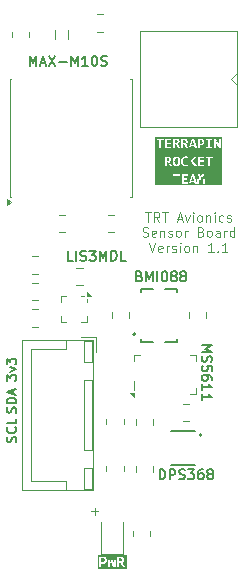
<source format=gbr>
%TF.GenerationSoftware,KiCad,Pcbnew,8.0.3*%
%TF.CreationDate,2024-10-23T15:01:46-04:00*%
%TF.ProjectId,SensorBoardNoMCU,53656e73-6f72-4426-9f61-72644e6f4d43,rev?*%
%TF.SameCoordinates,Original*%
%TF.FileFunction,Legend,Top*%
%TF.FilePolarity,Positive*%
%FSLAX46Y46*%
G04 Gerber Fmt 4.6, Leading zero omitted, Abs format (unit mm)*
G04 Created by KiCad (PCBNEW 8.0.3) date 2024-10-23 15:01:46*
%MOMM*%
%LPD*%
G01*
G04 APERTURE LIST*
%ADD10C,0.153000*%
%ADD11C,0.095425*%
%ADD12C,0.146400*%
%ADD13C,0.250000*%
%ADD14C,0.225000*%
%ADD15C,0.112500*%
%ADD16C,0.120000*%
%ADD17C,0.127000*%
%ADD18C,0.200000*%
%ADD19C,0.160000*%
G04 APERTURE END LIST*
D10*
X90356044Y-87246962D02*
X90394139Y-87132676D01*
X90394139Y-87132676D02*
X90394139Y-86942200D01*
X90394139Y-86942200D02*
X90356044Y-86866009D01*
X90356044Y-86866009D02*
X90317948Y-86827914D01*
X90317948Y-86827914D02*
X90241758Y-86789819D01*
X90241758Y-86789819D02*
X90165567Y-86789819D01*
X90165567Y-86789819D02*
X90089377Y-86827914D01*
X90089377Y-86827914D02*
X90051282Y-86866009D01*
X90051282Y-86866009D02*
X90013186Y-86942200D01*
X90013186Y-86942200D02*
X89975091Y-87094581D01*
X89975091Y-87094581D02*
X89936996Y-87170771D01*
X89936996Y-87170771D02*
X89898901Y-87208866D01*
X89898901Y-87208866D02*
X89822710Y-87246962D01*
X89822710Y-87246962D02*
X89746520Y-87246962D01*
X89746520Y-87246962D02*
X89670329Y-87208866D01*
X89670329Y-87208866D02*
X89632234Y-87170771D01*
X89632234Y-87170771D02*
X89594139Y-87094581D01*
X89594139Y-87094581D02*
X89594139Y-86904104D01*
X89594139Y-86904104D02*
X89632234Y-86789819D01*
X90394139Y-86446961D02*
X89594139Y-86446961D01*
X89594139Y-86446961D02*
X89594139Y-86256485D01*
X89594139Y-86256485D02*
X89632234Y-86142199D01*
X89632234Y-86142199D02*
X89708424Y-86066009D01*
X89708424Y-86066009D02*
X89784615Y-86027914D01*
X89784615Y-86027914D02*
X89936996Y-85989818D01*
X89936996Y-85989818D02*
X90051282Y-85989818D01*
X90051282Y-85989818D02*
X90203663Y-86027914D01*
X90203663Y-86027914D02*
X90279853Y-86066009D01*
X90279853Y-86066009D02*
X90356044Y-86142199D01*
X90356044Y-86142199D02*
X90394139Y-86256485D01*
X90394139Y-86256485D02*
X90394139Y-86446961D01*
X90165567Y-85685057D02*
X90165567Y-85304104D01*
X90394139Y-85761247D02*
X89594139Y-85494580D01*
X89594139Y-85494580D02*
X90394139Y-85227914D01*
D11*
X96744540Y-95610792D02*
X97326179Y-95610792D01*
X97035359Y-95901611D02*
X97035359Y-95319973D01*
D12*
X95196029Y-74389636D02*
X94796219Y-74389636D01*
X94796219Y-74389636D02*
X94796219Y-73550036D01*
X95475895Y-74389636D02*
X95475895Y-73550036D01*
X95835724Y-74349656D02*
X95955667Y-74389636D01*
X95955667Y-74389636D02*
X96155572Y-74389636D01*
X96155572Y-74389636D02*
X96235534Y-74349656D01*
X96235534Y-74349656D02*
X96275515Y-74309675D01*
X96275515Y-74309675D02*
X96315496Y-74229713D01*
X96315496Y-74229713D02*
X96315496Y-74149751D01*
X96315496Y-74149751D02*
X96275515Y-74069789D01*
X96275515Y-74069789D02*
X96235534Y-74029808D01*
X96235534Y-74029808D02*
X96155572Y-73989827D01*
X96155572Y-73989827D02*
X95995648Y-73949846D01*
X95995648Y-73949846D02*
X95915686Y-73909865D01*
X95915686Y-73909865D02*
X95875705Y-73869884D01*
X95875705Y-73869884D02*
X95835724Y-73789922D01*
X95835724Y-73789922D02*
X95835724Y-73709960D01*
X95835724Y-73709960D02*
X95875705Y-73629998D01*
X95875705Y-73629998D02*
X95915686Y-73590017D01*
X95915686Y-73590017D02*
X95995648Y-73550036D01*
X95995648Y-73550036D02*
X96195553Y-73550036D01*
X96195553Y-73550036D02*
X96315496Y-73590017D01*
X96595362Y-73550036D02*
X97115115Y-73550036D01*
X97115115Y-73550036D02*
X96835248Y-73869884D01*
X96835248Y-73869884D02*
X96955191Y-73869884D01*
X96955191Y-73869884D02*
X97035153Y-73909865D01*
X97035153Y-73909865D02*
X97075134Y-73949846D01*
X97075134Y-73949846D02*
X97115115Y-74029808D01*
X97115115Y-74029808D02*
X97115115Y-74229713D01*
X97115115Y-74229713D02*
X97075134Y-74309675D01*
X97075134Y-74309675D02*
X97035153Y-74349656D01*
X97035153Y-74349656D02*
X96955191Y-74389636D01*
X96955191Y-74389636D02*
X96715305Y-74389636D01*
X96715305Y-74389636D02*
X96635343Y-74349656D01*
X96635343Y-74349656D02*
X96595362Y-74309675D01*
X97474943Y-74389636D02*
X97474943Y-73550036D01*
X97474943Y-73550036D02*
X97754810Y-74149751D01*
X97754810Y-74149751D02*
X98034677Y-73550036D01*
X98034677Y-73550036D02*
X98034677Y-74389636D01*
X98434486Y-74389636D02*
X98434486Y-73550036D01*
X98434486Y-73550036D02*
X98634391Y-73550036D01*
X98634391Y-73550036D02*
X98754334Y-73590017D01*
X98754334Y-73590017D02*
X98834296Y-73669979D01*
X98834296Y-73669979D02*
X98874277Y-73749941D01*
X98874277Y-73749941D02*
X98914258Y-73909865D01*
X98914258Y-73909865D02*
X98914258Y-74029808D01*
X98914258Y-74029808D02*
X98874277Y-74189732D01*
X98874277Y-74189732D02*
X98834296Y-74269694D01*
X98834296Y-74269694D02*
X98754334Y-74349656D01*
X98754334Y-74349656D02*
X98634391Y-74389636D01*
X98634391Y-74389636D02*
X98434486Y-74389636D01*
X99673896Y-74389636D02*
X99274086Y-74389636D01*
X99274086Y-74389636D02*
X99274086Y-73550036D01*
X102546219Y-92889636D02*
X102546219Y-92050036D01*
X102546219Y-92050036D02*
X102746124Y-92050036D01*
X102746124Y-92050036D02*
X102866067Y-92090017D01*
X102866067Y-92090017D02*
X102946029Y-92169979D01*
X102946029Y-92169979D02*
X102986010Y-92249941D01*
X102986010Y-92249941D02*
X103025991Y-92409865D01*
X103025991Y-92409865D02*
X103025991Y-92529808D01*
X103025991Y-92529808D02*
X102986010Y-92689732D01*
X102986010Y-92689732D02*
X102946029Y-92769694D01*
X102946029Y-92769694D02*
X102866067Y-92849656D01*
X102866067Y-92849656D02*
X102746124Y-92889636D01*
X102746124Y-92889636D02*
X102546219Y-92889636D01*
X103385819Y-92889636D02*
X103385819Y-92050036D01*
X103385819Y-92050036D02*
X103705667Y-92050036D01*
X103705667Y-92050036D02*
X103785629Y-92090017D01*
X103785629Y-92090017D02*
X103825610Y-92129998D01*
X103825610Y-92129998D02*
X103865591Y-92209960D01*
X103865591Y-92209960D02*
X103865591Y-92329903D01*
X103865591Y-92329903D02*
X103825610Y-92409865D01*
X103825610Y-92409865D02*
X103785629Y-92449846D01*
X103785629Y-92449846D02*
X103705667Y-92489827D01*
X103705667Y-92489827D02*
X103385819Y-92489827D01*
X104185438Y-92849656D02*
X104305381Y-92889636D01*
X104305381Y-92889636D02*
X104505286Y-92889636D01*
X104505286Y-92889636D02*
X104585248Y-92849656D01*
X104585248Y-92849656D02*
X104625229Y-92809675D01*
X104625229Y-92809675D02*
X104665210Y-92729713D01*
X104665210Y-92729713D02*
X104665210Y-92649751D01*
X104665210Y-92649751D02*
X104625229Y-92569789D01*
X104625229Y-92569789D02*
X104585248Y-92529808D01*
X104585248Y-92529808D02*
X104505286Y-92489827D01*
X104505286Y-92489827D02*
X104345362Y-92449846D01*
X104345362Y-92449846D02*
X104265400Y-92409865D01*
X104265400Y-92409865D02*
X104225419Y-92369884D01*
X104225419Y-92369884D02*
X104185438Y-92289922D01*
X104185438Y-92289922D02*
X104185438Y-92209960D01*
X104185438Y-92209960D02*
X104225419Y-92129998D01*
X104225419Y-92129998D02*
X104265400Y-92090017D01*
X104265400Y-92090017D02*
X104345362Y-92050036D01*
X104345362Y-92050036D02*
X104545267Y-92050036D01*
X104545267Y-92050036D02*
X104665210Y-92090017D01*
X104945076Y-92050036D02*
X105464829Y-92050036D01*
X105464829Y-92050036D02*
X105184962Y-92369884D01*
X105184962Y-92369884D02*
X105304905Y-92369884D01*
X105304905Y-92369884D02*
X105384867Y-92409865D01*
X105384867Y-92409865D02*
X105424848Y-92449846D01*
X105424848Y-92449846D02*
X105464829Y-92529808D01*
X105464829Y-92529808D02*
X105464829Y-92729713D01*
X105464829Y-92729713D02*
X105424848Y-92809675D01*
X105424848Y-92809675D02*
X105384867Y-92849656D01*
X105384867Y-92849656D02*
X105304905Y-92889636D01*
X105304905Y-92889636D02*
X105065019Y-92889636D01*
X105065019Y-92889636D02*
X104985057Y-92849656D01*
X104985057Y-92849656D02*
X104945076Y-92809675D01*
X106184486Y-92050036D02*
X106024562Y-92050036D01*
X106024562Y-92050036D02*
X105944600Y-92090017D01*
X105944600Y-92090017D02*
X105904619Y-92129998D01*
X105904619Y-92129998D02*
X105824657Y-92249941D01*
X105824657Y-92249941D02*
X105784676Y-92409865D01*
X105784676Y-92409865D02*
X105784676Y-92729713D01*
X105784676Y-92729713D02*
X105824657Y-92809675D01*
X105824657Y-92809675D02*
X105864638Y-92849656D01*
X105864638Y-92849656D02*
X105944600Y-92889636D01*
X105944600Y-92889636D02*
X106104524Y-92889636D01*
X106104524Y-92889636D02*
X106184486Y-92849656D01*
X106184486Y-92849656D02*
X106224467Y-92809675D01*
X106224467Y-92809675D02*
X106264448Y-92729713D01*
X106264448Y-92729713D02*
X106264448Y-92529808D01*
X106264448Y-92529808D02*
X106224467Y-92449846D01*
X106224467Y-92449846D02*
X106184486Y-92409865D01*
X106184486Y-92409865D02*
X106104524Y-92369884D01*
X106104524Y-92369884D02*
X105944600Y-92369884D01*
X105944600Y-92369884D02*
X105864638Y-92409865D01*
X105864638Y-92409865D02*
X105824657Y-92449846D01*
X105824657Y-92449846D02*
X105784676Y-92529808D01*
X106744219Y-92409865D02*
X106664257Y-92369884D01*
X106664257Y-92369884D02*
X106624276Y-92329903D01*
X106624276Y-92329903D02*
X106584295Y-92249941D01*
X106584295Y-92249941D02*
X106584295Y-92209960D01*
X106584295Y-92209960D02*
X106624276Y-92129998D01*
X106624276Y-92129998D02*
X106664257Y-92090017D01*
X106664257Y-92090017D02*
X106744219Y-92050036D01*
X106744219Y-92050036D02*
X106904143Y-92050036D01*
X106904143Y-92050036D02*
X106984105Y-92090017D01*
X106984105Y-92090017D02*
X107024086Y-92129998D01*
X107024086Y-92129998D02*
X107064067Y-92209960D01*
X107064067Y-92209960D02*
X107064067Y-92249941D01*
X107064067Y-92249941D02*
X107024086Y-92329903D01*
X107024086Y-92329903D02*
X106984105Y-92369884D01*
X106984105Y-92369884D02*
X106904143Y-92409865D01*
X106904143Y-92409865D02*
X106744219Y-92409865D01*
X106744219Y-92409865D02*
X106664257Y-92449846D01*
X106664257Y-92449846D02*
X106624276Y-92489827D01*
X106624276Y-92489827D02*
X106584295Y-92569789D01*
X106584295Y-92569789D02*
X106584295Y-92729713D01*
X106584295Y-92729713D02*
X106624276Y-92809675D01*
X106624276Y-92809675D02*
X106664257Y-92849656D01*
X106664257Y-92849656D02*
X106744219Y-92889636D01*
X106744219Y-92889636D02*
X106904143Y-92889636D01*
X106904143Y-92889636D02*
X106984105Y-92849656D01*
X106984105Y-92849656D02*
X107024086Y-92809675D01*
X107024086Y-92809675D02*
X107064067Y-92729713D01*
X107064067Y-92729713D02*
X107064067Y-92569789D01*
X107064067Y-92569789D02*
X107024086Y-92489827D01*
X107024086Y-92489827D02*
X106984105Y-92449846D01*
X106984105Y-92449846D02*
X106904143Y-92409865D01*
D10*
X90356044Y-89746962D02*
X90394139Y-89632676D01*
X90394139Y-89632676D02*
X90394139Y-89442200D01*
X90394139Y-89442200D02*
X90356044Y-89366009D01*
X90356044Y-89366009D02*
X90317948Y-89327914D01*
X90317948Y-89327914D02*
X90241758Y-89289819D01*
X90241758Y-89289819D02*
X90165567Y-89289819D01*
X90165567Y-89289819D02*
X90089377Y-89327914D01*
X90089377Y-89327914D02*
X90051282Y-89366009D01*
X90051282Y-89366009D02*
X90013186Y-89442200D01*
X90013186Y-89442200D02*
X89975091Y-89594581D01*
X89975091Y-89594581D02*
X89936996Y-89670771D01*
X89936996Y-89670771D02*
X89898901Y-89708866D01*
X89898901Y-89708866D02*
X89822710Y-89746962D01*
X89822710Y-89746962D02*
X89746520Y-89746962D01*
X89746520Y-89746962D02*
X89670329Y-89708866D01*
X89670329Y-89708866D02*
X89632234Y-89670771D01*
X89632234Y-89670771D02*
X89594139Y-89594581D01*
X89594139Y-89594581D02*
X89594139Y-89404104D01*
X89594139Y-89404104D02*
X89632234Y-89289819D01*
X90317948Y-88489818D02*
X90356044Y-88527914D01*
X90356044Y-88527914D02*
X90394139Y-88642199D01*
X90394139Y-88642199D02*
X90394139Y-88718390D01*
X90394139Y-88718390D02*
X90356044Y-88832676D01*
X90356044Y-88832676D02*
X90279853Y-88908866D01*
X90279853Y-88908866D02*
X90203663Y-88946961D01*
X90203663Y-88946961D02*
X90051282Y-88985057D01*
X90051282Y-88985057D02*
X89936996Y-88985057D01*
X89936996Y-88985057D02*
X89784615Y-88946961D01*
X89784615Y-88946961D02*
X89708424Y-88908866D01*
X89708424Y-88908866D02*
X89632234Y-88832676D01*
X89632234Y-88832676D02*
X89594139Y-88718390D01*
X89594139Y-88718390D02*
X89594139Y-88642199D01*
X89594139Y-88642199D02*
X89632234Y-88527914D01*
X89632234Y-88527914D02*
X89670329Y-88489818D01*
X90394139Y-87766009D02*
X90394139Y-88146961D01*
X90394139Y-88146961D02*
X89594139Y-88146961D01*
X89594139Y-84535057D02*
X89594139Y-84039819D01*
X89594139Y-84039819D02*
X89898901Y-84306485D01*
X89898901Y-84306485D02*
X89898901Y-84192200D01*
X89898901Y-84192200D02*
X89936996Y-84116009D01*
X89936996Y-84116009D02*
X89975091Y-84077914D01*
X89975091Y-84077914D02*
X90051282Y-84039819D01*
X90051282Y-84039819D02*
X90241758Y-84039819D01*
X90241758Y-84039819D02*
X90317948Y-84077914D01*
X90317948Y-84077914D02*
X90356044Y-84116009D01*
X90356044Y-84116009D02*
X90394139Y-84192200D01*
X90394139Y-84192200D02*
X90394139Y-84420771D01*
X90394139Y-84420771D02*
X90356044Y-84496962D01*
X90356044Y-84496962D02*
X90317948Y-84535057D01*
X89860805Y-83773152D02*
X90394139Y-83582676D01*
X90394139Y-83582676D02*
X89860805Y-83392199D01*
X89594139Y-83163628D02*
X89594139Y-82668390D01*
X89594139Y-82668390D02*
X89898901Y-82935056D01*
X89898901Y-82935056D02*
X89898901Y-82820771D01*
X89898901Y-82820771D02*
X89936996Y-82744580D01*
X89936996Y-82744580D02*
X89975091Y-82706485D01*
X89975091Y-82706485D02*
X90051282Y-82668390D01*
X90051282Y-82668390D02*
X90241758Y-82668390D01*
X90241758Y-82668390D02*
X90317948Y-82706485D01*
X90317948Y-82706485D02*
X90356044Y-82744580D01*
X90356044Y-82744580D02*
X90394139Y-82820771D01*
X90394139Y-82820771D02*
X90394139Y-83049342D01*
X90394139Y-83049342D02*
X90356044Y-83125533D01*
X90356044Y-83125533D02*
X90317948Y-83163628D01*
D13*
G36*
X97732627Y-99581231D02*
G01*
X97781438Y-99590676D01*
X97796241Y-99595941D01*
X97839568Y-99622184D01*
X97847765Y-99630186D01*
X97873762Y-99672009D01*
X97878784Y-99686954D01*
X97885241Y-99736734D01*
X97884294Y-99758018D01*
X97873273Y-99807320D01*
X97867500Y-99820684D01*
X97838102Y-99861542D01*
X97825951Y-99872120D01*
X97781438Y-99895980D01*
X97754716Y-99903273D01*
X97703769Y-99907948D01*
X97609735Y-99907948D01*
X97609735Y-99579685D01*
X97698395Y-99579685D01*
X97732627Y-99581231D01*
G37*
G36*
X99241519Y-99580383D02*
G01*
X99293519Y-99587750D01*
X99341905Y-99608262D01*
X99346992Y-99611947D01*
X99375874Y-99651805D01*
X99383915Y-99701807D01*
X99383720Y-99709455D01*
X99371459Y-99757006D01*
X99369891Y-99759968D01*
X99336532Y-99797306D01*
X99327688Y-99803076D01*
X99281822Y-99821730D01*
X99261237Y-99825981D01*
X99210747Y-99829790D01*
X99142115Y-99829790D01*
X99142115Y-99579685D01*
X99216364Y-99579685D01*
X99241519Y-99580383D01*
G37*
G36*
X99749250Y-100455000D02*
G01*
X97314498Y-100455000D01*
X97314498Y-99907948D01*
X97439498Y-99907948D01*
X97439498Y-100330000D01*
X97609735Y-100330000D01*
X97609735Y-100048632D01*
X97695709Y-100048632D01*
X97701350Y-100048608D01*
X97755408Y-100045803D01*
X97805173Y-100038323D01*
X97854955Y-100024696D01*
X97883990Y-100013206D01*
X97928652Y-99989266D01*
X97969749Y-99957285D01*
X97986253Y-99940424D01*
X98016472Y-99900061D01*
X98039114Y-99854459D01*
X98049372Y-99824112D01*
X98059264Y-99776072D01*
X98062561Y-99725010D01*
X98061983Y-99703868D01*
X98055065Y-99652470D01*
X98038870Y-99602889D01*
X98032603Y-99589841D01*
X98005262Y-99548320D01*
X97969505Y-99513251D01*
X97948494Y-99498171D01*
X97904017Y-99474631D01*
X97856665Y-99458053D01*
X97852462Y-99456880D01*
X97803622Y-99446443D01*
X97755064Y-99440862D01*
X97702547Y-99439002D01*
X98138277Y-99439002D01*
X98188346Y-100330000D01*
X98378612Y-100330000D01*
X98465806Y-100044480D01*
X98496825Y-99924312D01*
X98529065Y-100041549D01*
X98617725Y-100330000D01*
X98816295Y-100330000D01*
X98844815Y-99829790D01*
X98973099Y-99829790D01*
X98973099Y-100330000D01*
X99142115Y-100330000D01*
X99142115Y-99954842D01*
X99174355Y-99954842D01*
X99202748Y-99957353D01*
X99249582Y-99976092D01*
X99273240Y-99996544D01*
X99299407Y-100038618D01*
X99425681Y-100330000D01*
X99624250Y-100330000D01*
X99480635Y-100026161D01*
X99478925Y-100022556D01*
X99454936Y-99977997D01*
X99425681Y-99938722D01*
X99409849Y-99924033D01*
X99365353Y-99902819D01*
X99396333Y-99896281D01*
X99443999Y-99879127D01*
X99467638Y-99866300D01*
X99506037Y-99834919D01*
X99522618Y-99814872D01*
X99546581Y-99769706D01*
X99556924Y-99731800D01*
X99560991Y-99683000D01*
X99560632Y-99666472D01*
X99554512Y-99617235D01*
X99538032Y-99568939D01*
X99510128Y-99526502D01*
X99472331Y-99492979D01*
X99464204Y-99487676D01*
X99418802Y-99465536D01*
X99369261Y-99451458D01*
X99334225Y-99445437D01*
X99284084Y-99440473D01*
X99234683Y-99439002D01*
X98973099Y-99439002D01*
X98973099Y-99829790D01*
X98844815Y-99829790D01*
X98867097Y-99439002D01*
X98723482Y-99439002D01*
X98700768Y-100024696D01*
X98698081Y-100163426D01*
X98664376Y-100055471D01*
X98560084Y-99704738D01*
X98453594Y-99704738D01*
X98354676Y-100030558D01*
X98314131Y-100164891D01*
X98308514Y-100009064D01*
X98287265Y-99439002D01*
X98138277Y-99439002D01*
X97702547Y-99439002D01*
X97439498Y-99439002D01*
X97439498Y-99907948D01*
X97314498Y-99907948D01*
X97314498Y-99314002D01*
X99749250Y-99314002D01*
X99749250Y-100455000D01*
G37*
D12*
X106110363Y-81546219D02*
X106949963Y-81546219D01*
X106949963Y-81546219D02*
X106350248Y-81826086D01*
X106350248Y-81826086D02*
X106949963Y-82105953D01*
X106949963Y-82105953D02*
X106110363Y-82105953D01*
X106150344Y-82465781D02*
X106110363Y-82585724D01*
X106110363Y-82585724D02*
X106110363Y-82785629D01*
X106110363Y-82785629D02*
X106150344Y-82865591D01*
X106150344Y-82865591D02*
X106190324Y-82905572D01*
X106190324Y-82905572D02*
X106270286Y-82945553D01*
X106270286Y-82945553D02*
X106350248Y-82945553D01*
X106350248Y-82945553D02*
X106430210Y-82905572D01*
X106430210Y-82905572D02*
X106470191Y-82865591D01*
X106470191Y-82865591D02*
X106510172Y-82785629D01*
X106510172Y-82785629D02*
X106550153Y-82625705D01*
X106550153Y-82625705D02*
X106590134Y-82545743D01*
X106590134Y-82545743D02*
X106630115Y-82505762D01*
X106630115Y-82505762D02*
X106710077Y-82465781D01*
X106710077Y-82465781D02*
X106790039Y-82465781D01*
X106790039Y-82465781D02*
X106870001Y-82505762D01*
X106870001Y-82505762D02*
X106909982Y-82545743D01*
X106909982Y-82545743D02*
X106949963Y-82625705D01*
X106949963Y-82625705D02*
X106949963Y-82825610D01*
X106949963Y-82825610D02*
X106909982Y-82945553D01*
X106949963Y-83705191D02*
X106949963Y-83305381D01*
X106949963Y-83305381D02*
X106550153Y-83265400D01*
X106550153Y-83265400D02*
X106590134Y-83305381D01*
X106590134Y-83305381D02*
X106630115Y-83385343D01*
X106630115Y-83385343D02*
X106630115Y-83585248D01*
X106630115Y-83585248D02*
X106590134Y-83665210D01*
X106590134Y-83665210D02*
X106550153Y-83705191D01*
X106550153Y-83705191D02*
X106470191Y-83745172D01*
X106470191Y-83745172D02*
X106270286Y-83745172D01*
X106270286Y-83745172D02*
X106190324Y-83705191D01*
X106190324Y-83705191D02*
X106150344Y-83665210D01*
X106150344Y-83665210D02*
X106110363Y-83585248D01*
X106110363Y-83585248D02*
X106110363Y-83385343D01*
X106110363Y-83385343D02*
X106150344Y-83305381D01*
X106150344Y-83305381D02*
X106190324Y-83265400D01*
X106949963Y-84464829D02*
X106949963Y-84304905D01*
X106949963Y-84304905D02*
X106909982Y-84224943D01*
X106909982Y-84224943D02*
X106870001Y-84184962D01*
X106870001Y-84184962D02*
X106750058Y-84105000D01*
X106750058Y-84105000D02*
X106590134Y-84065019D01*
X106590134Y-84065019D02*
X106270286Y-84065019D01*
X106270286Y-84065019D02*
X106190324Y-84105000D01*
X106190324Y-84105000D02*
X106150344Y-84144981D01*
X106150344Y-84144981D02*
X106110363Y-84224943D01*
X106110363Y-84224943D02*
X106110363Y-84384867D01*
X106110363Y-84384867D02*
X106150344Y-84464829D01*
X106150344Y-84464829D02*
X106190324Y-84504810D01*
X106190324Y-84504810D02*
X106270286Y-84544791D01*
X106270286Y-84544791D02*
X106470191Y-84544791D01*
X106470191Y-84544791D02*
X106550153Y-84504810D01*
X106550153Y-84504810D02*
X106590134Y-84464829D01*
X106590134Y-84464829D02*
X106630115Y-84384867D01*
X106630115Y-84384867D02*
X106630115Y-84224943D01*
X106630115Y-84224943D02*
X106590134Y-84144981D01*
X106590134Y-84144981D02*
X106550153Y-84105000D01*
X106550153Y-84105000D02*
X106470191Y-84065019D01*
X106110363Y-85344410D02*
X106110363Y-84864638D01*
X106110363Y-85104524D02*
X106949963Y-85104524D01*
X106949963Y-85104524D02*
X106830020Y-85024562D01*
X106830020Y-85024562D02*
X106750058Y-84944600D01*
X106750058Y-84944600D02*
X106710077Y-84864638D01*
X106110363Y-86144029D02*
X106110363Y-85664257D01*
X106110363Y-85904143D02*
X106949963Y-85904143D01*
X106949963Y-85904143D02*
X106830020Y-85824181D01*
X106830020Y-85824181D02*
X106750058Y-85744219D01*
X106750058Y-85744219D02*
X106710077Y-85664257D01*
X91546219Y-57889636D02*
X91546219Y-57050036D01*
X91546219Y-57050036D02*
X91826086Y-57649751D01*
X91826086Y-57649751D02*
X92105953Y-57050036D01*
X92105953Y-57050036D02*
X92105953Y-57889636D01*
X92465781Y-57649751D02*
X92865591Y-57649751D01*
X92385819Y-57889636D02*
X92665686Y-57050036D01*
X92665686Y-57050036D02*
X92945553Y-57889636D01*
X93145457Y-57050036D02*
X93705191Y-57889636D01*
X93705191Y-57050036D02*
X93145457Y-57889636D01*
X94025038Y-57569789D02*
X94664734Y-57569789D01*
X95064543Y-57889636D02*
X95064543Y-57050036D01*
X95064543Y-57050036D02*
X95344410Y-57649751D01*
X95344410Y-57649751D02*
X95624277Y-57050036D01*
X95624277Y-57050036D02*
X95624277Y-57889636D01*
X96463877Y-57889636D02*
X95984105Y-57889636D01*
X96223991Y-57889636D02*
X96223991Y-57050036D01*
X96223991Y-57050036D02*
X96144029Y-57169979D01*
X96144029Y-57169979D02*
X96064067Y-57249941D01*
X96064067Y-57249941D02*
X95984105Y-57289922D01*
X96983629Y-57050036D02*
X97063591Y-57050036D01*
X97063591Y-57050036D02*
X97143553Y-57090017D01*
X97143553Y-57090017D02*
X97183534Y-57129998D01*
X97183534Y-57129998D02*
X97223515Y-57209960D01*
X97223515Y-57209960D02*
X97263496Y-57369884D01*
X97263496Y-57369884D02*
X97263496Y-57569789D01*
X97263496Y-57569789D02*
X97223515Y-57729713D01*
X97223515Y-57729713D02*
X97183534Y-57809675D01*
X97183534Y-57809675D02*
X97143553Y-57849656D01*
X97143553Y-57849656D02*
X97063591Y-57889636D01*
X97063591Y-57889636D02*
X96983629Y-57889636D01*
X96983629Y-57889636D02*
X96903667Y-57849656D01*
X96903667Y-57849656D02*
X96863686Y-57809675D01*
X96863686Y-57809675D02*
X96823705Y-57729713D01*
X96823705Y-57729713D02*
X96783724Y-57569789D01*
X96783724Y-57569789D02*
X96783724Y-57369884D01*
X96783724Y-57369884D02*
X96823705Y-57209960D01*
X96823705Y-57209960D02*
X96863686Y-57129998D01*
X96863686Y-57129998D02*
X96903667Y-57090017D01*
X96903667Y-57090017D02*
X96983629Y-57050036D01*
X97583343Y-57849656D02*
X97703286Y-57889636D01*
X97703286Y-57889636D02*
X97903191Y-57889636D01*
X97903191Y-57889636D02*
X97983153Y-57849656D01*
X97983153Y-57849656D02*
X98023134Y-57809675D01*
X98023134Y-57809675D02*
X98063115Y-57729713D01*
X98063115Y-57729713D02*
X98063115Y-57649751D01*
X98063115Y-57649751D02*
X98023134Y-57569789D01*
X98023134Y-57569789D02*
X97983153Y-57529808D01*
X97983153Y-57529808D02*
X97903191Y-57489827D01*
X97903191Y-57489827D02*
X97743267Y-57449846D01*
X97743267Y-57449846D02*
X97663305Y-57409865D01*
X97663305Y-57409865D02*
X97623324Y-57369884D01*
X97623324Y-57369884D02*
X97583343Y-57289922D01*
X97583343Y-57289922D02*
X97583343Y-57209960D01*
X97583343Y-57209960D02*
X97623324Y-57129998D01*
X97623324Y-57129998D02*
X97663305Y-57090017D01*
X97663305Y-57090017D02*
X97743267Y-57050036D01*
X97743267Y-57050036D02*
X97943172Y-57050036D01*
X97943172Y-57050036D02*
X98063115Y-57090017D01*
X100826086Y-75699846D02*
X100946029Y-75739827D01*
X100946029Y-75739827D02*
X100986010Y-75779808D01*
X100986010Y-75779808D02*
X101025991Y-75859770D01*
X101025991Y-75859770D02*
X101025991Y-75979713D01*
X101025991Y-75979713D02*
X100986010Y-76059675D01*
X100986010Y-76059675D02*
X100946029Y-76099656D01*
X100946029Y-76099656D02*
X100866067Y-76139636D01*
X100866067Y-76139636D02*
X100546219Y-76139636D01*
X100546219Y-76139636D02*
X100546219Y-75300036D01*
X100546219Y-75300036D02*
X100826086Y-75300036D01*
X100826086Y-75300036D02*
X100906048Y-75340017D01*
X100906048Y-75340017D02*
X100946029Y-75379998D01*
X100946029Y-75379998D02*
X100986010Y-75459960D01*
X100986010Y-75459960D02*
X100986010Y-75539922D01*
X100986010Y-75539922D02*
X100946029Y-75619884D01*
X100946029Y-75619884D02*
X100906048Y-75659865D01*
X100906048Y-75659865D02*
X100826086Y-75699846D01*
X100826086Y-75699846D02*
X100546219Y-75699846D01*
X101385819Y-76139636D02*
X101385819Y-75300036D01*
X101385819Y-75300036D02*
X101665686Y-75899751D01*
X101665686Y-75899751D02*
X101945553Y-75300036D01*
X101945553Y-75300036D02*
X101945553Y-76139636D01*
X102345362Y-76139636D02*
X102345362Y-75300036D01*
X102905096Y-75300036D02*
X102985058Y-75300036D01*
X102985058Y-75300036D02*
X103065020Y-75340017D01*
X103065020Y-75340017D02*
X103105001Y-75379998D01*
X103105001Y-75379998D02*
X103144982Y-75459960D01*
X103144982Y-75459960D02*
X103184963Y-75619884D01*
X103184963Y-75619884D02*
X103184963Y-75819789D01*
X103184963Y-75819789D02*
X103144982Y-75979713D01*
X103144982Y-75979713D02*
X103105001Y-76059675D01*
X103105001Y-76059675D02*
X103065020Y-76099656D01*
X103065020Y-76099656D02*
X102985058Y-76139636D01*
X102985058Y-76139636D02*
X102905096Y-76139636D01*
X102905096Y-76139636D02*
X102825134Y-76099656D01*
X102825134Y-76099656D02*
X102785153Y-76059675D01*
X102785153Y-76059675D02*
X102745172Y-75979713D01*
X102745172Y-75979713D02*
X102705191Y-75819789D01*
X102705191Y-75819789D02*
X102705191Y-75619884D01*
X102705191Y-75619884D02*
X102745172Y-75459960D01*
X102745172Y-75459960D02*
X102785153Y-75379998D01*
X102785153Y-75379998D02*
X102825134Y-75340017D01*
X102825134Y-75340017D02*
X102905096Y-75300036D01*
X103664734Y-75659865D02*
X103584772Y-75619884D01*
X103584772Y-75619884D02*
X103544791Y-75579903D01*
X103544791Y-75579903D02*
X103504810Y-75499941D01*
X103504810Y-75499941D02*
X103504810Y-75459960D01*
X103504810Y-75459960D02*
X103544791Y-75379998D01*
X103544791Y-75379998D02*
X103584772Y-75340017D01*
X103584772Y-75340017D02*
X103664734Y-75300036D01*
X103664734Y-75300036D02*
X103824658Y-75300036D01*
X103824658Y-75300036D02*
X103904620Y-75340017D01*
X103904620Y-75340017D02*
X103944601Y-75379998D01*
X103944601Y-75379998D02*
X103984582Y-75459960D01*
X103984582Y-75459960D02*
X103984582Y-75499941D01*
X103984582Y-75499941D02*
X103944601Y-75579903D01*
X103944601Y-75579903D02*
X103904620Y-75619884D01*
X103904620Y-75619884D02*
X103824658Y-75659865D01*
X103824658Y-75659865D02*
X103664734Y-75659865D01*
X103664734Y-75659865D02*
X103584772Y-75699846D01*
X103584772Y-75699846D02*
X103544791Y-75739827D01*
X103544791Y-75739827D02*
X103504810Y-75819789D01*
X103504810Y-75819789D02*
X103504810Y-75979713D01*
X103504810Y-75979713D02*
X103544791Y-76059675D01*
X103544791Y-76059675D02*
X103584772Y-76099656D01*
X103584772Y-76099656D02*
X103664734Y-76139636D01*
X103664734Y-76139636D02*
X103824658Y-76139636D01*
X103824658Y-76139636D02*
X103904620Y-76099656D01*
X103904620Y-76099656D02*
X103944601Y-76059675D01*
X103944601Y-76059675D02*
X103984582Y-75979713D01*
X103984582Y-75979713D02*
X103984582Y-75819789D01*
X103984582Y-75819789D02*
X103944601Y-75739827D01*
X103944601Y-75739827D02*
X103904620Y-75699846D01*
X103904620Y-75699846D02*
X103824658Y-75659865D01*
X104464353Y-75659865D02*
X104384391Y-75619884D01*
X104384391Y-75619884D02*
X104344410Y-75579903D01*
X104344410Y-75579903D02*
X104304429Y-75499941D01*
X104304429Y-75499941D02*
X104304429Y-75459960D01*
X104304429Y-75459960D02*
X104344410Y-75379998D01*
X104344410Y-75379998D02*
X104384391Y-75340017D01*
X104384391Y-75340017D02*
X104464353Y-75300036D01*
X104464353Y-75300036D02*
X104624277Y-75300036D01*
X104624277Y-75300036D02*
X104704239Y-75340017D01*
X104704239Y-75340017D02*
X104744220Y-75379998D01*
X104744220Y-75379998D02*
X104784201Y-75459960D01*
X104784201Y-75459960D02*
X104784201Y-75499941D01*
X104784201Y-75499941D02*
X104744220Y-75579903D01*
X104744220Y-75579903D02*
X104704239Y-75619884D01*
X104704239Y-75619884D02*
X104624277Y-75659865D01*
X104624277Y-75659865D02*
X104464353Y-75659865D01*
X104464353Y-75659865D02*
X104384391Y-75699846D01*
X104384391Y-75699846D02*
X104344410Y-75739827D01*
X104344410Y-75739827D02*
X104304429Y-75819789D01*
X104304429Y-75819789D02*
X104304429Y-75979713D01*
X104304429Y-75979713D02*
X104344410Y-76059675D01*
X104344410Y-76059675D02*
X104384391Y-76099656D01*
X104384391Y-76099656D02*
X104464353Y-76139636D01*
X104464353Y-76139636D02*
X104624277Y-76139636D01*
X104624277Y-76139636D02*
X104704239Y-76099656D01*
X104704239Y-76099656D02*
X104744220Y-76059675D01*
X104744220Y-76059675D02*
X104784201Y-75979713D01*
X104784201Y-75979713D02*
X104784201Y-75819789D01*
X104784201Y-75819789D02*
X104744220Y-75739827D01*
X104744220Y-75739827D02*
X104704239Y-75699846D01*
X104704239Y-75699846D02*
X104624277Y-75659865D01*
D14*
G36*
X105446891Y-67604132D02*
G01*
X105235646Y-67604132D01*
X105341818Y-67221208D01*
X105446891Y-67604132D01*
G37*
G36*
X103974792Y-65698486D02*
G01*
X104022955Y-65707923D01*
X104061414Y-65730841D01*
X104090171Y-65767240D01*
X104101253Y-65790480D01*
X104115078Y-65834897D01*
X104123230Y-65881065D01*
X104127287Y-65926062D01*
X104128639Y-65976068D01*
X104128315Y-66000032D01*
X104125718Y-66044854D01*
X104119407Y-66091912D01*
X104108385Y-66135627D01*
X104090171Y-66176762D01*
X104073726Y-66200296D01*
X104039173Y-66229079D01*
X104009420Y-66241250D01*
X103963995Y-66246884D01*
X103953303Y-66246615D01*
X103905510Y-66237209D01*
X103867162Y-66214364D01*
X103838259Y-66178081D01*
X103827113Y-66154778D01*
X103813210Y-66110282D01*
X103805011Y-66064067D01*
X103800931Y-66019046D01*
X103799571Y-65969033D01*
X103799895Y-65945077D01*
X103802492Y-65900316D01*
X103808803Y-65853409D01*
X103819825Y-65809536D01*
X103838039Y-65768339D01*
X103854721Y-65744805D01*
X103889257Y-65716022D01*
X103918817Y-65703851D01*
X103963995Y-65698217D01*
X103974792Y-65698486D01*
G37*
G36*
X103245406Y-65698845D02*
G01*
X103292206Y-65705475D01*
X103335754Y-65723936D01*
X103340332Y-65727253D01*
X103366326Y-65763124D01*
X103373562Y-65808126D01*
X103373387Y-65815009D01*
X103362352Y-65857805D01*
X103360941Y-65860471D01*
X103330918Y-65894075D01*
X103322958Y-65899268D01*
X103281678Y-65916057D01*
X103263153Y-65919882D01*
X103217711Y-65923311D01*
X103155942Y-65923311D01*
X103155942Y-65698217D01*
X103222767Y-65698217D01*
X103245406Y-65698845D01*
G37*
G36*
X103937394Y-64186845D02*
G01*
X103984195Y-64193475D01*
X104027742Y-64211936D01*
X104032321Y-64215253D01*
X104058314Y-64251124D01*
X104065551Y-64296126D01*
X104065376Y-64303009D01*
X104054340Y-64345805D01*
X104052930Y-64348471D01*
X104022906Y-64382075D01*
X104014946Y-64387268D01*
X103973667Y-64404057D01*
X103955141Y-64407882D01*
X103909700Y-64411311D01*
X103847931Y-64411311D01*
X103847931Y-64186217D01*
X103914756Y-64186217D01*
X103937394Y-64186845D01*
G37*
G36*
X104629383Y-64186845D02*
G01*
X104676184Y-64193475D01*
X104719731Y-64211936D01*
X104724310Y-64215253D01*
X104750303Y-64251124D01*
X104757540Y-64296126D01*
X104757365Y-64303009D01*
X104746329Y-64345805D01*
X104744918Y-64348471D01*
X104714895Y-64382075D01*
X104706935Y-64387268D01*
X104665656Y-64404057D01*
X104647130Y-64407882D01*
X104601689Y-64411311D01*
X104539920Y-64411311D01*
X104539920Y-64186217D01*
X104606744Y-64186217D01*
X104629383Y-64186845D01*
G37*
G36*
X105446891Y-64580132D02*
G01*
X105235645Y-64580132D01*
X105341818Y-64197208D01*
X105446891Y-64580132D01*
G37*
G36*
X106039336Y-64187608D02*
G01*
X106083266Y-64196109D01*
X106096588Y-64200847D01*
X106135583Y-64224465D01*
X106142960Y-64231668D01*
X106166357Y-64269308D01*
X106170877Y-64282758D01*
X106176689Y-64327560D01*
X106175837Y-64346716D01*
X106165917Y-64391088D01*
X106160721Y-64403115D01*
X106134264Y-64439887D01*
X106123328Y-64449408D01*
X106083266Y-64470882D01*
X106059216Y-64477446D01*
X106013363Y-64481653D01*
X105928733Y-64481653D01*
X105928733Y-64186217D01*
X106008527Y-64186217D01*
X106039336Y-64187608D01*
G37*
G36*
X107831436Y-67998000D02*
G01*
X102168344Y-67998000D01*
X102168344Y-67210217D01*
X103664822Y-67210217D01*
X103886180Y-67210217D01*
X103886180Y-67885500D01*
X104042031Y-67885500D01*
X104421877Y-67885500D01*
X104908336Y-67885500D01*
X105002418Y-67885500D01*
X105153434Y-67885500D01*
X105199156Y-67730747D01*
X105480963Y-67730747D01*
X105525586Y-67885500D01*
X105693748Y-67885500D01*
X105719906Y-67885500D01*
X105848939Y-67885500D01*
X105862568Y-67428277D01*
X105866965Y-67250883D01*
X105901036Y-67366508D01*
X105981930Y-67646337D01*
X106077111Y-67646337D01*
X106166797Y-67366508D01*
X106205705Y-67250883D01*
X106211200Y-67432014D01*
X106226148Y-67885500D01*
X106360237Y-67885500D01*
X106320230Y-67083601D01*
X106145255Y-67083601D01*
X106070517Y-67325182D01*
X106036445Y-67449599D01*
X106002373Y-67317708D01*
X105931152Y-67083601D01*
X105759473Y-67083601D01*
X105719906Y-67885500D01*
X105693748Y-67885500D01*
X105454365Y-67083601D01*
X105241801Y-67083601D01*
X105086412Y-67604132D01*
X105002418Y-67885500D01*
X104908336Y-67885500D01*
X104908336Y-67758884D01*
X104576410Y-67758884D01*
X104576410Y-67533790D01*
X104892949Y-67533790D01*
X104892949Y-67407174D01*
X104576410Y-67407174D01*
X104576410Y-67210217D01*
X104908336Y-67210217D01*
X104908336Y-67083601D01*
X104421877Y-67083601D01*
X104421877Y-67885500D01*
X104042031Y-67885500D01*
X104042031Y-67210217D01*
X104263388Y-67210217D01*
X104263388Y-67083601D01*
X103664822Y-67083601D01*
X103664822Y-67210217D01*
X102168344Y-67210217D01*
X102168344Y-65923311D01*
X103003828Y-65923311D01*
X103003828Y-66373500D01*
X103155942Y-66373500D01*
X103155942Y-66035858D01*
X103184958Y-66035858D01*
X103210512Y-66038118D01*
X103252662Y-66054982D01*
X103273955Y-66073390D01*
X103297505Y-66111256D01*
X103411151Y-66373500D01*
X103589864Y-66373500D01*
X103460611Y-66100045D01*
X103459072Y-66096801D01*
X103437481Y-66056698D01*
X103411151Y-66021350D01*
X103396903Y-66008129D01*
X103356856Y-65989037D01*
X103384739Y-65983153D01*
X103403817Y-65976287D01*
X103638883Y-65976287D01*
X103639197Y-66001001D01*
X103641704Y-66048194D01*
X103648364Y-66102992D01*
X103658942Y-66153131D01*
X103673437Y-66198613D01*
X103691850Y-66239436D01*
X103719117Y-66282275D01*
X103740467Y-66306953D01*
X103777129Y-66337800D01*
X103819355Y-66361245D01*
X103867144Y-66377285D01*
X103911220Y-66384997D01*
X103959159Y-66387568D01*
X104001208Y-66385185D01*
X104045577Y-66377060D01*
X104087973Y-66363168D01*
X104124230Y-66345205D01*
X104160592Y-66319495D01*
X104193266Y-66287550D01*
X104201504Y-66277741D01*
X104226508Y-66241471D01*
X104247735Y-66199705D01*
X104263608Y-66157418D01*
X104276040Y-66110416D01*
X104283675Y-66064666D01*
X104288096Y-66015180D01*
X104288889Y-65985300D01*
X104358789Y-65985300D01*
X104359624Y-66021709D01*
X104363333Y-66067610D01*
X104371054Y-66115636D01*
X104382530Y-66159836D01*
X104384049Y-66164511D01*
X104401600Y-66208638D01*
X104423444Y-66247999D01*
X104452432Y-66285792D01*
X104483322Y-66314965D01*
X104522013Y-66341452D01*
X104565639Y-66362069D01*
X104582712Y-66368045D01*
X104628131Y-66379500D01*
X104672349Y-66385551D01*
X104719731Y-66387568D01*
X104733295Y-66387403D01*
X104779739Y-66384229D01*
X104824585Y-66377017D01*
X104840401Y-66373520D01*
X104840472Y-66373500D01*
X105079794Y-66373500D01*
X105234327Y-66373500D01*
X105234327Y-65985740D01*
X105477226Y-66373500D01*
X105673964Y-66373500D01*
X105805855Y-66373500D01*
X106292313Y-66373500D01*
X106292313Y-66246884D01*
X105960387Y-66246884D01*
X105960387Y-66021790D01*
X106276926Y-66021790D01*
X106276926Y-65895174D01*
X105960387Y-65895174D01*
X105960387Y-65698217D01*
X106292313Y-65698217D01*
X106432777Y-65698217D01*
X106654135Y-65698217D01*
X106654135Y-66373500D01*
X106809986Y-66373500D01*
X106809986Y-65698217D01*
X107031343Y-65698217D01*
X107031343Y-65571601D01*
X106432777Y-65571601D01*
X106432777Y-65698217D01*
X106292313Y-65698217D01*
X106292313Y-65571601D01*
X105805855Y-65571601D01*
X105805855Y-66373500D01*
X105673964Y-66373500D01*
X105385122Y-65957383D01*
X105659676Y-65571601D01*
X105476127Y-65571601D01*
X105234327Y-65945513D01*
X105234327Y-65571601D01*
X105079794Y-65571601D01*
X105079794Y-66373500D01*
X104840472Y-66373500D01*
X104885602Y-66360873D01*
X104928779Y-66345363D01*
X104928779Y-66204679D01*
X104926211Y-66205695D01*
X104884595Y-66220726D01*
X104880136Y-66222151D01*
X104836235Y-66234135D01*
X104831666Y-66235187D01*
X104788095Y-66243367D01*
X104743911Y-66246884D01*
X104733372Y-66246722D01*
X104687763Y-66241673D01*
X104645433Y-66228419D01*
X104609926Y-66207438D01*
X104577509Y-66174784D01*
X104575860Y-66172570D01*
X104553157Y-66133072D01*
X104538161Y-66089054D01*
X104533279Y-66066197D01*
X104527394Y-66020344D01*
X104525632Y-65974089D01*
X104525932Y-65955377D01*
X104529526Y-65909035D01*
X104537941Y-65862861D01*
X104538738Y-65859715D01*
X104553878Y-65815765D01*
X104576629Y-65775593D01*
X104606580Y-65743005D01*
X104643674Y-65718660D01*
X104654157Y-65713869D01*
X104698116Y-65701591D01*
X104742153Y-65698217D01*
X104783204Y-65700635D01*
X104828542Y-65707889D01*
X104843566Y-65711233D01*
X104886891Y-65724024D01*
X104928779Y-65740422D01*
X104928779Y-65585670D01*
X104922322Y-65583630D01*
X104878660Y-65572041D01*
X104875667Y-65571363D01*
X104831179Y-65563248D01*
X104828236Y-65562845D01*
X104783259Y-65558852D01*
X104775548Y-65558472D01*
X104730942Y-65557533D01*
X104709719Y-65557983D01*
X104663902Y-65562285D01*
X104620762Y-65571144D01*
X104575970Y-65586329D01*
X104567449Y-65590003D01*
X104527242Y-65611440D01*
X104491028Y-65637986D01*
X104458807Y-65669640D01*
X104449976Y-65680122D01*
X104423357Y-65718212D01*
X104401074Y-65761154D01*
X104384728Y-65803950D01*
X104373380Y-65845042D01*
X104365274Y-65888964D01*
X104360410Y-65935717D01*
X104358789Y-65985300D01*
X104288889Y-65985300D01*
X104289327Y-65968814D01*
X104289012Y-65944021D01*
X104286498Y-65896698D01*
X104279820Y-65841786D01*
X104269213Y-65791585D01*
X104254678Y-65746096D01*
X104236215Y-65705319D01*
X104208873Y-65662606D01*
X104187575Y-65637980D01*
X104150977Y-65607197D01*
X104108801Y-65583801D01*
X104061044Y-65567794D01*
X104016985Y-65560098D01*
X103969051Y-65557533D01*
X103926981Y-65559937D01*
X103882538Y-65568136D01*
X103840017Y-65582153D01*
X103803876Y-65600000D01*
X103767592Y-65625632D01*
X103734944Y-65657550D01*
X103726704Y-65667362D01*
X103701665Y-65703666D01*
X103680362Y-65745509D01*
X103664382Y-65787903D01*
X103652056Y-65834798D01*
X103644486Y-65880483D01*
X103640104Y-65929932D01*
X103639074Y-65969033D01*
X103638883Y-65976287D01*
X103403817Y-65976287D01*
X103427638Y-65967714D01*
X103448913Y-65956170D01*
X103483472Y-65927927D01*
X103498395Y-65909884D01*
X103519962Y-65869236D01*
X103529271Y-65835120D01*
X103532931Y-65791200D01*
X103532608Y-65776325D01*
X103527099Y-65732012D01*
X103512268Y-65688545D01*
X103487154Y-65650351D01*
X103453137Y-65620181D01*
X103445822Y-65615408D01*
X103404960Y-65595483D01*
X103360373Y-65582812D01*
X103328841Y-65577393D01*
X103283715Y-65572926D01*
X103239253Y-65571601D01*
X103003828Y-65571601D01*
X103003828Y-65923311D01*
X102168344Y-65923311D01*
X102168344Y-64186217D01*
X102280844Y-64186217D01*
X102502202Y-64186217D01*
X102502202Y-64861500D01*
X102658053Y-64861500D01*
X103037899Y-64861500D01*
X103524358Y-64861500D01*
X103524358Y-64734884D01*
X103192432Y-64734884D01*
X103192432Y-64509790D01*
X103508971Y-64509790D01*
X103508971Y-64411311D01*
X103695816Y-64411311D01*
X103695816Y-64861500D01*
X103847931Y-64861500D01*
X103847931Y-64523858D01*
X103876947Y-64523858D01*
X103902501Y-64526118D01*
X103944651Y-64542982D01*
X103965944Y-64561390D01*
X103989494Y-64599256D01*
X104103140Y-64861500D01*
X104281853Y-64861500D01*
X104152599Y-64588045D01*
X104151060Y-64584801D01*
X104129470Y-64544698D01*
X104103140Y-64509350D01*
X104088892Y-64496129D01*
X104048845Y-64477037D01*
X104076728Y-64471153D01*
X104119626Y-64455714D01*
X104140902Y-64444170D01*
X104175460Y-64415927D01*
X104179278Y-64411311D01*
X104387805Y-64411311D01*
X104387805Y-64861500D01*
X104539920Y-64861500D01*
X104539920Y-64523858D01*
X104568936Y-64523858D01*
X104594490Y-64526118D01*
X104636640Y-64542982D01*
X104657933Y-64561390D01*
X104681483Y-64599256D01*
X104795129Y-64861500D01*
X104973841Y-64861500D01*
X105002418Y-64861500D01*
X105153433Y-64861500D01*
X105199155Y-64706747D01*
X105480963Y-64706747D01*
X105525586Y-64861500D01*
X105693747Y-64861500D01*
X105580355Y-64481653D01*
X105775520Y-64481653D01*
X105775520Y-64861500D01*
X105928733Y-64861500D01*
X105928733Y-64608269D01*
X106006109Y-64608269D01*
X106011187Y-64608247D01*
X106059839Y-64605723D01*
X106104627Y-64598991D01*
X106149431Y-64586726D01*
X106175562Y-64576385D01*
X106215758Y-64554839D01*
X106252746Y-64526056D01*
X106267599Y-64510881D01*
X106294797Y-64474555D01*
X106315174Y-64433513D01*
X106324407Y-64406200D01*
X106333309Y-64362965D01*
X106336277Y-64317009D01*
X106335756Y-64297981D01*
X106329530Y-64251723D01*
X106314954Y-64207100D01*
X106309315Y-64195357D01*
X106303296Y-64186217D01*
X106476741Y-64186217D01*
X106654794Y-64186217D01*
X106654794Y-64734884D01*
X106476741Y-64734884D01*
X106476741Y-64861500D01*
X106987379Y-64861500D01*
X107133998Y-64861500D01*
X107272484Y-64861500D01*
X107272484Y-64612445D01*
X107272484Y-64279860D01*
X107317107Y-64382954D01*
X107533409Y-64861500D01*
X107718936Y-64861500D01*
X107718936Y-64059601D01*
X107580450Y-64059601D01*
X107580450Y-64281178D01*
X107580450Y-64635086D01*
X107541542Y-64541224D01*
X107320844Y-64059601D01*
X107133998Y-64059601D01*
X107133998Y-64861500D01*
X106987379Y-64861500D01*
X106987379Y-64734884D01*
X106809326Y-64734884D01*
X106809326Y-64186217D01*
X106987379Y-64186217D01*
X106987379Y-64059601D01*
X106476741Y-64059601D01*
X106476741Y-64186217D01*
X106303296Y-64186217D01*
X106284707Y-64157988D01*
X106252526Y-64126426D01*
X106233616Y-64112854D01*
X106193587Y-64091667D01*
X106150970Y-64076747D01*
X106147188Y-64075692D01*
X106103231Y-64066299D01*
X106059530Y-64061276D01*
X106012264Y-64059601D01*
X105775520Y-64059601D01*
X105775520Y-64481653D01*
X105580355Y-64481653D01*
X105454365Y-64059601D01*
X105241800Y-64059601D01*
X105086412Y-64580132D01*
X105002418Y-64861500D01*
X104973841Y-64861500D01*
X104844588Y-64588045D01*
X104843049Y-64584801D01*
X104821459Y-64544698D01*
X104795129Y-64509350D01*
X104780880Y-64496129D01*
X104740834Y-64477037D01*
X104768716Y-64471153D01*
X104811615Y-64455714D01*
X104832891Y-64444170D01*
X104867449Y-64415927D01*
X104882373Y-64397884D01*
X104903939Y-64357236D01*
X104913248Y-64323120D01*
X104916908Y-64279200D01*
X104916586Y-64264325D01*
X104911077Y-64220012D01*
X104896245Y-64176545D01*
X104871131Y-64138351D01*
X104837114Y-64108181D01*
X104829800Y-64103408D01*
X104788938Y-64083483D01*
X104744351Y-64070812D01*
X104712819Y-64065393D01*
X104667692Y-64060926D01*
X104623231Y-64059601D01*
X104387805Y-64059601D01*
X104387805Y-64411311D01*
X104179278Y-64411311D01*
X104190384Y-64397884D01*
X104211950Y-64357236D01*
X104221259Y-64323120D01*
X104224920Y-64279200D01*
X104224597Y-64264325D01*
X104219088Y-64220012D01*
X104204257Y-64176545D01*
X104179142Y-64138351D01*
X104145125Y-64108181D01*
X104137811Y-64103408D01*
X104096949Y-64083483D01*
X104052362Y-64070812D01*
X104020830Y-64065393D01*
X103975704Y-64060926D01*
X103931242Y-64059601D01*
X103695816Y-64059601D01*
X103695816Y-64411311D01*
X103508971Y-64411311D01*
X103508971Y-64383174D01*
X103192432Y-64383174D01*
X103192432Y-64186217D01*
X103524358Y-64186217D01*
X103524358Y-64059601D01*
X103037899Y-64059601D01*
X103037899Y-64861500D01*
X102658053Y-64861500D01*
X102658053Y-64186217D01*
X102879410Y-64186217D01*
X102879410Y-64059601D01*
X102280844Y-64059601D01*
X102280844Y-64186217D01*
X102168344Y-64186217D01*
X102168344Y-63947101D01*
X107831436Y-63947101D01*
X107831436Y-67998000D01*
G37*
D15*
X101342857Y-70276290D02*
X101800000Y-70276290D01*
X101571428Y-71076290D02*
X101571428Y-70276290D01*
X102523810Y-71076290D02*
X102257143Y-70695337D01*
X102066667Y-71076290D02*
X102066667Y-70276290D01*
X102066667Y-70276290D02*
X102371429Y-70276290D01*
X102371429Y-70276290D02*
X102447619Y-70314385D01*
X102447619Y-70314385D02*
X102485714Y-70352480D01*
X102485714Y-70352480D02*
X102523810Y-70428671D01*
X102523810Y-70428671D02*
X102523810Y-70542956D01*
X102523810Y-70542956D02*
X102485714Y-70619147D01*
X102485714Y-70619147D02*
X102447619Y-70657242D01*
X102447619Y-70657242D02*
X102371429Y-70695337D01*
X102371429Y-70695337D02*
X102066667Y-70695337D01*
X102752381Y-70276290D02*
X103209524Y-70276290D01*
X102980952Y-71076290D02*
X102980952Y-70276290D01*
X104047619Y-70847718D02*
X104428572Y-70847718D01*
X103971429Y-71076290D02*
X104238096Y-70276290D01*
X104238096Y-70276290D02*
X104504762Y-71076290D01*
X104695238Y-70542956D02*
X104885714Y-71076290D01*
X104885714Y-71076290D02*
X105076191Y-70542956D01*
X105380953Y-71076290D02*
X105380953Y-70542956D01*
X105380953Y-70276290D02*
X105342857Y-70314385D01*
X105342857Y-70314385D02*
X105380953Y-70352480D01*
X105380953Y-70352480D02*
X105419048Y-70314385D01*
X105419048Y-70314385D02*
X105380953Y-70276290D01*
X105380953Y-70276290D02*
X105380953Y-70352480D01*
X105876190Y-71076290D02*
X105800000Y-71038195D01*
X105800000Y-71038195D02*
X105761905Y-71000099D01*
X105761905Y-71000099D02*
X105723809Y-70923909D01*
X105723809Y-70923909D02*
X105723809Y-70695337D01*
X105723809Y-70695337D02*
X105761905Y-70619147D01*
X105761905Y-70619147D02*
X105800000Y-70581052D01*
X105800000Y-70581052D02*
X105876190Y-70542956D01*
X105876190Y-70542956D02*
X105990476Y-70542956D01*
X105990476Y-70542956D02*
X106066667Y-70581052D01*
X106066667Y-70581052D02*
X106104762Y-70619147D01*
X106104762Y-70619147D02*
X106142857Y-70695337D01*
X106142857Y-70695337D02*
X106142857Y-70923909D01*
X106142857Y-70923909D02*
X106104762Y-71000099D01*
X106104762Y-71000099D02*
X106066667Y-71038195D01*
X106066667Y-71038195D02*
X105990476Y-71076290D01*
X105990476Y-71076290D02*
X105876190Y-71076290D01*
X106485715Y-70542956D02*
X106485715Y-71076290D01*
X106485715Y-70619147D02*
X106523810Y-70581052D01*
X106523810Y-70581052D02*
X106600000Y-70542956D01*
X106600000Y-70542956D02*
X106714286Y-70542956D01*
X106714286Y-70542956D02*
X106790477Y-70581052D01*
X106790477Y-70581052D02*
X106828572Y-70657242D01*
X106828572Y-70657242D02*
X106828572Y-71076290D01*
X107209525Y-71076290D02*
X107209525Y-70542956D01*
X107209525Y-70276290D02*
X107171429Y-70314385D01*
X107171429Y-70314385D02*
X107209525Y-70352480D01*
X107209525Y-70352480D02*
X107247620Y-70314385D01*
X107247620Y-70314385D02*
X107209525Y-70276290D01*
X107209525Y-70276290D02*
X107209525Y-70352480D01*
X107933334Y-71038195D02*
X107857143Y-71076290D01*
X107857143Y-71076290D02*
X107704762Y-71076290D01*
X107704762Y-71076290D02*
X107628572Y-71038195D01*
X107628572Y-71038195D02*
X107590477Y-71000099D01*
X107590477Y-71000099D02*
X107552381Y-70923909D01*
X107552381Y-70923909D02*
X107552381Y-70695337D01*
X107552381Y-70695337D02*
X107590477Y-70619147D01*
X107590477Y-70619147D02*
X107628572Y-70581052D01*
X107628572Y-70581052D02*
X107704762Y-70542956D01*
X107704762Y-70542956D02*
X107857143Y-70542956D01*
X107857143Y-70542956D02*
X107933334Y-70581052D01*
X108238095Y-71038195D02*
X108314286Y-71076290D01*
X108314286Y-71076290D02*
X108466667Y-71076290D01*
X108466667Y-71076290D02*
X108542857Y-71038195D01*
X108542857Y-71038195D02*
X108580953Y-70962004D01*
X108580953Y-70962004D02*
X108580953Y-70923909D01*
X108580953Y-70923909D02*
X108542857Y-70847718D01*
X108542857Y-70847718D02*
X108466667Y-70809623D01*
X108466667Y-70809623D02*
X108352381Y-70809623D01*
X108352381Y-70809623D02*
X108276191Y-70771528D01*
X108276191Y-70771528D02*
X108238095Y-70695337D01*
X108238095Y-70695337D02*
X108238095Y-70657242D01*
X108238095Y-70657242D02*
X108276191Y-70581052D01*
X108276191Y-70581052D02*
X108352381Y-70542956D01*
X108352381Y-70542956D02*
X108466667Y-70542956D01*
X108466667Y-70542956D02*
X108542857Y-70581052D01*
X101095236Y-72326150D02*
X101209522Y-72364245D01*
X101209522Y-72364245D02*
X101399998Y-72364245D01*
X101399998Y-72364245D02*
X101476189Y-72326150D01*
X101476189Y-72326150D02*
X101514284Y-72288054D01*
X101514284Y-72288054D02*
X101552379Y-72211864D01*
X101552379Y-72211864D02*
X101552379Y-72135673D01*
X101552379Y-72135673D02*
X101514284Y-72059483D01*
X101514284Y-72059483D02*
X101476189Y-72021388D01*
X101476189Y-72021388D02*
X101399998Y-71983292D01*
X101399998Y-71983292D02*
X101247617Y-71945197D01*
X101247617Y-71945197D02*
X101171427Y-71907102D01*
X101171427Y-71907102D02*
X101133332Y-71869007D01*
X101133332Y-71869007D02*
X101095236Y-71792816D01*
X101095236Y-71792816D02*
X101095236Y-71716626D01*
X101095236Y-71716626D02*
X101133332Y-71640435D01*
X101133332Y-71640435D02*
X101171427Y-71602340D01*
X101171427Y-71602340D02*
X101247617Y-71564245D01*
X101247617Y-71564245D02*
X101438094Y-71564245D01*
X101438094Y-71564245D02*
X101552379Y-71602340D01*
X102199999Y-72326150D02*
X102123808Y-72364245D01*
X102123808Y-72364245D02*
X101971427Y-72364245D01*
X101971427Y-72364245D02*
X101895237Y-72326150D01*
X101895237Y-72326150D02*
X101857141Y-72249959D01*
X101857141Y-72249959D02*
X101857141Y-71945197D01*
X101857141Y-71945197D02*
X101895237Y-71869007D01*
X101895237Y-71869007D02*
X101971427Y-71830911D01*
X101971427Y-71830911D02*
X102123808Y-71830911D01*
X102123808Y-71830911D02*
X102199999Y-71869007D01*
X102199999Y-71869007D02*
X102238094Y-71945197D01*
X102238094Y-71945197D02*
X102238094Y-72021388D01*
X102238094Y-72021388D02*
X101857141Y-72097578D01*
X102580951Y-71830911D02*
X102580951Y-72364245D01*
X102580951Y-71907102D02*
X102619046Y-71869007D01*
X102619046Y-71869007D02*
X102695236Y-71830911D01*
X102695236Y-71830911D02*
X102809522Y-71830911D01*
X102809522Y-71830911D02*
X102885713Y-71869007D01*
X102885713Y-71869007D02*
X102923808Y-71945197D01*
X102923808Y-71945197D02*
X102923808Y-72364245D01*
X103266665Y-72326150D02*
X103342856Y-72364245D01*
X103342856Y-72364245D02*
X103495237Y-72364245D01*
X103495237Y-72364245D02*
X103571427Y-72326150D01*
X103571427Y-72326150D02*
X103609523Y-72249959D01*
X103609523Y-72249959D02*
X103609523Y-72211864D01*
X103609523Y-72211864D02*
X103571427Y-72135673D01*
X103571427Y-72135673D02*
X103495237Y-72097578D01*
X103495237Y-72097578D02*
X103380951Y-72097578D01*
X103380951Y-72097578D02*
X103304761Y-72059483D01*
X103304761Y-72059483D02*
X103266665Y-71983292D01*
X103266665Y-71983292D02*
X103266665Y-71945197D01*
X103266665Y-71945197D02*
X103304761Y-71869007D01*
X103304761Y-71869007D02*
X103380951Y-71830911D01*
X103380951Y-71830911D02*
X103495237Y-71830911D01*
X103495237Y-71830911D02*
X103571427Y-71869007D01*
X104066665Y-72364245D02*
X103990475Y-72326150D01*
X103990475Y-72326150D02*
X103952380Y-72288054D01*
X103952380Y-72288054D02*
X103914284Y-72211864D01*
X103914284Y-72211864D02*
X103914284Y-71983292D01*
X103914284Y-71983292D02*
X103952380Y-71907102D01*
X103952380Y-71907102D02*
X103990475Y-71869007D01*
X103990475Y-71869007D02*
X104066665Y-71830911D01*
X104066665Y-71830911D02*
X104180951Y-71830911D01*
X104180951Y-71830911D02*
X104257142Y-71869007D01*
X104257142Y-71869007D02*
X104295237Y-71907102D01*
X104295237Y-71907102D02*
X104333332Y-71983292D01*
X104333332Y-71983292D02*
X104333332Y-72211864D01*
X104333332Y-72211864D02*
X104295237Y-72288054D01*
X104295237Y-72288054D02*
X104257142Y-72326150D01*
X104257142Y-72326150D02*
X104180951Y-72364245D01*
X104180951Y-72364245D02*
X104066665Y-72364245D01*
X104676190Y-72364245D02*
X104676190Y-71830911D01*
X104676190Y-71983292D02*
X104714285Y-71907102D01*
X104714285Y-71907102D02*
X104752380Y-71869007D01*
X104752380Y-71869007D02*
X104828571Y-71830911D01*
X104828571Y-71830911D02*
X104904761Y-71830911D01*
X106047618Y-71945197D02*
X106161904Y-71983292D01*
X106161904Y-71983292D02*
X106199999Y-72021388D01*
X106199999Y-72021388D02*
X106238095Y-72097578D01*
X106238095Y-72097578D02*
X106238095Y-72211864D01*
X106238095Y-72211864D02*
X106199999Y-72288054D01*
X106199999Y-72288054D02*
X106161904Y-72326150D01*
X106161904Y-72326150D02*
X106085714Y-72364245D01*
X106085714Y-72364245D02*
X105780952Y-72364245D01*
X105780952Y-72364245D02*
X105780952Y-71564245D01*
X105780952Y-71564245D02*
X106047618Y-71564245D01*
X106047618Y-71564245D02*
X106123809Y-71602340D01*
X106123809Y-71602340D02*
X106161904Y-71640435D01*
X106161904Y-71640435D02*
X106199999Y-71716626D01*
X106199999Y-71716626D02*
X106199999Y-71792816D01*
X106199999Y-71792816D02*
X106161904Y-71869007D01*
X106161904Y-71869007D02*
X106123809Y-71907102D01*
X106123809Y-71907102D02*
X106047618Y-71945197D01*
X106047618Y-71945197D02*
X105780952Y-71945197D01*
X106695237Y-72364245D02*
X106619047Y-72326150D01*
X106619047Y-72326150D02*
X106580952Y-72288054D01*
X106580952Y-72288054D02*
X106542856Y-72211864D01*
X106542856Y-72211864D02*
X106542856Y-71983292D01*
X106542856Y-71983292D02*
X106580952Y-71907102D01*
X106580952Y-71907102D02*
X106619047Y-71869007D01*
X106619047Y-71869007D02*
X106695237Y-71830911D01*
X106695237Y-71830911D02*
X106809523Y-71830911D01*
X106809523Y-71830911D02*
X106885714Y-71869007D01*
X106885714Y-71869007D02*
X106923809Y-71907102D01*
X106923809Y-71907102D02*
X106961904Y-71983292D01*
X106961904Y-71983292D02*
X106961904Y-72211864D01*
X106961904Y-72211864D02*
X106923809Y-72288054D01*
X106923809Y-72288054D02*
X106885714Y-72326150D01*
X106885714Y-72326150D02*
X106809523Y-72364245D01*
X106809523Y-72364245D02*
X106695237Y-72364245D01*
X107647619Y-72364245D02*
X107647619Y-71945197D01*
X107647619Y-71945197D02*
X107609524Y-71869007D01*
X107609524Y-71869007D02*
X107533333Y-71830911D01*
X107533333Y-71830911D02*
X107380952Y-71830911D01*
X107380952Y-71830911D02*
X107304762Y-71869007D01*
X107647619Y-72326150D02*
X107571428Y-72364245D01*
X107571428Y-72364245D02*
X107380952Y-72364245D01*
X107380952Y-72364245D02*
X107304762Y-72326150D01*
X107304762Y-72326150D02*
X107266666Y-72249959D01*
X107266666Y-72249959D02*
X107266666Y-72173769D01*
X107266666Y-72173769D02*
X107304762Y-72097578D01*
X107304762Y-72097578D02*
X107380952Y-72059483D01*
X107380952Y-72059483D02*
X107571428Y-72059483D01*
X107571428Y-72059483D02*
X107647619Y-72021388D01*
X108028572Y-72364245D02*
X108028572Y-71830911D01*
X108028572Y-71983292D02*
X108066667Y-71907102D01*
X108066667Y-71907102D02*
X108104762Y-71869007D01*
X108104762Y-71869007D02*
X108180953Y-71830911D01*
X108180953Y-71830911D02*
X108257143Y-71830911D01*
X108866667Y-72364245D02*
X108866667Y-71564245D01*
X108866667Y-72326150D02*
X108790476Y-72364245D01*
X108790476Y-72364245D02*
X108638095Y-72364245D01*
X108638095Y-72364245D02*
X108561905Y-72326150D01*
X108561905Y-72326150D02*
X108523810Y-72288054D01*
X108523810Y-72288054D02*
X108485714Y-72211864D01*
X108485714Y-72211864D02*
X108485714Y-71983292D01*
X108485714Y-71983292D02*
X108523810Y-71907102D01*
X108523810Y-71907102D02*
X108561905Y-71869007D01*
X108561905Y-71869007D02*
X108638095Y-71830911D01*
X108638095Y-71830911D02*
X108790476Y-71830911D01*
X108790476Y-71830911D02*
X108866667Y-71869007D01*
X101647619Y-72852200D02*
X101914286Y-73652200D01*
X101914286Y-73652200D02*
X102180952Y-72852200D01*
X102752381Y-73614105D02*
X102676190Y-73652200D01*
X102676190Y-73652200D02*
X102523809Y-73652200D01*
X102523809Y-73652200D02*
X102447619Y-73614105D01*
X102447619Y-73614105D02*
X102409523Y-73537914D01*
X102409523Y-73537914D02*
X102409523Y-73233152D01*
X102409523Y-73233152D02*
X102447619Y-73156962D01*
X102447619Y-73156962D02*
X102523809Y-73118866D01*
X102523809Y-73118866D02*
X102676190Y-73118866D01*
X102676190Y-73118866D02*
X102752381Y-73156962D01*
X102752381Y-73156962D02*
X102790476Y-73233152D01*
X102790476Y-73233152D02*
X102790476Y-73309343D01*
X102790476Y-73309343D02*
X102409523Y-73385533D01*
X103133333Y-73652200D02*
X103133333Y-73118866D01*
X103133333Y-73271247D02*
X103171428Y-73195057D01*
X103171428Y-73195057D02*
X103209523Y-73156962D01*
X103209523Y-73156962D02*
X103285714Y-73118866D01*
X103285714Y-73118866D02*
X103361904Y-73118866D01*
X103590475Y-73614105D02*
X103666666Y-73652200D01*
X103666666Y-73652200D02*
X103819047Y-73652200D01*
X103819047Y-73652200D02*
X103895237Y-73614105D01*
X103895237Y-73614105D02*
X103933333Y-73537914D01*
X103933333Y-73537914D02*
X103933333Y-73499819D01*
X103933333Y-73499819D02*
X103895237Y-73423628D01*
X103895237Y-73423628D02*
X103819047Y-73385533D01*
X103819047Y-73385533D02*
X103704761Y-73385533D01*
X103704761Y-73385533D02*
X103628571Y-73347438D01*
X103628571Y-73347438D02*
X103590475Y-73271247D01*
X103590475Y-73271247D02*
X103590475Y-73233152D01*
X103590475Y-73233152D02*
X103628571Y-73156962D01*
X103628571Y-73156962D02*
X103704761Y-73118866D01*
X103704761Y-73118866D02*
X103819047Y-73118866D01*
X103819047Y-73118866D02*
X103895237Y-73156962D01*
X104276190Y-73652200D02*
X104276190Y-73118866D01*
X104276190Y-72852200D02*
X104238094Y-72890295D01*
X104238094Y-72890295D02*
X104276190Y-72928390D01*
X104276190Y-72928390D02*
X104314285Y-72890295D01*
X104314285Y-72890295D02*
X104276190Y-72852200D01*
X104276190Y-72852200D02*
X104276190Y-72928390D01*
X104771427Y-73652200D02*
X104695237Y-73614105D01*
X104695237Y-73614105D02*
X104657142Y-73576009D01*
X104657142Y-73576009D02*
X104619046Y-73499819D01*
X104619046Y-73499819D02*
X104619046Y-73271247D01*
X104619046Y-73271247D02*
X104657142Y-73195057D01*
X104657142Y-73195057D02*
X104695237Y-73156962D01*
X104695237Y-73156962D02*
X104771427Y-73118866D01*
X104771427Y-73118866D02*
X104885713Y-73118866D01*
X104885713Y-73118866D02*
X104961904Y-73156962D01*
X104961904Y-73156962D02*
X104999999Y-73195057D01*
X104999999Y-73195057D02*
X105038094Y-73271247D01*
X105038094Y-73271247D02*
X105038094Y-73499819D01*
X105038094Y-73499819D02*
X104999999Y-73576009D01*
X104999999Y-73576009D02*
X104961904Y-73614105D01*
X104961904Y-73614105D02*
X104885713Y-73652200D01*
X104885713Y-73652200D02*
X104771427Y-73652200D01*
X105380952Y-73118866D02*
X105380952Y-73652200D01*
X105380952Y-73195057D02*
X105419047Y-73156962D01*
X105419047Y-73156962D02*
X105495237Y-73118866D01*
X105495237Y-73118866D02*
X105609523Y-73118866D01*
X105609523Y-73118866D02*
X105685714Y-73156962D01*
X105685714Y-73156962D02*
X105723809Y-73233152D01*
X105723809Y-73233152D02*
X105723809Y-73652200D01*
X107133333Y-73652200D02*
X106676190Y-73652200D01*
X106904762Y-73652200D02*
X106904762Y-72852200D01*
X106904762Y-72852200D02*
X106828571Y-72966485D01*
X106828571Y-72966485D02*
X106752381Y-73042676D01*
X106752381Y-73042676D02*
X106676190Y-73080771D01*
X107476191Y-73576009D02*
X107514286Y-73614105D01*
X107514286Y-73614105D02*
X107476191Y-73652200D01*
X107476191Y-73652200D02*
X107438095Y-73614105D01*
X107438095Y-73614105D02*
X107476191Y-73576009D01*
X107476191Y-73576009D02*
X107476191Y-73652200D01*
X108276190Y-73652200D02*
X107819047Y-73652200D01*
X108047619Y-73652200D02*
X108047619Y-72852200D01*
X108047619Y-72852200D02*
X107971428Y-72966485D01*
X107971428Y-72966485D02*
X107895238Y-73042676D01*
X107895238Y-73042676D02*
X107819047Y-73080771D01*
D16*
%TO.C,C3*%
X98515000Y-78738748D02*
X98515000Y-79261252D01*
X99985000Y-78738748D02*
X99985000Y-79261252D01*
%TO.C,D1*%
X97540000Y-96500000D02*
X97540000Y-99185000D01*
X97540000Y-99185000D02*
X99460000Y-99185000D01*
X99460000Y-99185000D02*
X99460000Y-96500000D01*
D17*
%TO.C,U1*%
X101000000Y-76750000D02*
X101000000Y-77000000D01*
X101000000Y-81250000D02*
X101000000Y-81000000D01*
X102000000Y-76750000D02*
X101000000Y-76750000D01*
X102000000Y-81250000D02*
X101000000Y-81250000D01*
X103000000Y-76750000D02*
X104000000Y-76750000D01*
X104000000Y-76750000D02*
X104000000Y-77000000D01*
X104000000Y-81000000D02*
X104000000Y-81250000D01*
X104000000Y-81250000D02*
X103000000Y-81250000D01*
D18*
X100500000Y-80629000D02*
G75*
G02*
X100300000Y-80629000I-100000J0D01*
G01*
X100300000Y-80629000D02*
G75*
G02*
X100500000Y-80629000I100000J0D01*
G01*
D16*
%TO.C,C10*%
X104488748Y-86515000D02*
X105011252Y-86515000D01*
X104488748Y-87985000D02*
X105011252Y-87985000D01*
%TO.C,C9*%
X95488748Y-75015000D02*
X96011252Y-75015000D01*
X95488748Y-76485000D02*
X96011252Y-76485000D01*
%TO.C,L1*%
X93690000Y-54850378D02*
X93690000Y-55649622D01*
X94810000Y-54850378D02*
X94810000Y-55649622D01*
%TO.C,C8*%
X97238748Y-53515000D02*
X97761252Y-53515000D01*
X97238748Y-54985000D02*
X97761252Y-54985000D01*
%TO.C,R2*%
X100265000Y-97727064D02*
X100265000Y-97272936D01*
X101735000Y-97727064D02*
X101735000Y-97272936D01*
%TO.C,C6*%
X92261252Y-78515000D02*
X91738748Y-78515000D01*
X92261252Y-79985000D02*
X91738748Y-79985000D01*
%TO.C,R3*%
X98015000Y-88227064D02*
X98015000Y-87772936D01*
X99485000Y-88227064D02*
X99485000Y-87772936D01*
%TO.C,C2*%
X94561252Y-70515000D02*
X94038748Y-70515000D01*
X94561252Y-71985000D02*
X94038748Y-71985000D01*
%TO.C,U4*%
X100400000Y-82350000D02*
X100900000Y-82350000D01*
X100400000Y-82850000D02*
X100400000Y-82350000D01*
X100400000Y-85350000D02*
X100400000Y-84600000D01*
X105100000Y-82350000D02*
X105600000Y-82350000D01*
X105600000Y-82350000D02*
X105600000Y-82850000D01*
X105600000Y-85150000D02*
X105600000Y-85650000D01*
X105600000Y-85650000D02*
X105100000Y-85650000D01*
X100400000Y-85910000D02*
X100040000Y-85550000D01*
X100400000Y-85550000D01*
X100400000Y-85910000D01*
G36*
X100400000Y-85910000D02*
G01*
X100040000Y-85550000D01*
X100400000Y-85550000D01*
X100400000Y-85910000D01*
G37*
%TO.C,C12*%
X100515000Y-87788748D02*
X100515000Y-88311252D01*
X101985000Y-87788748D02*
X101985000Y-88311252D01*
%TO.C,J1*%
X90890000Y-81140000D02*
X90890000Y-93760000D01*
X90890000Y-93760000D02*
X96860000Y-93760000D01*
X91650000Y-81900000D02*
X91650000Y-87450000D01*
X91650000Y-93000000D02*
X91650000Y-87450000D01*
X94600000Y-81150000D02*
X94600000Y-81900000D01*
X94600000Y-81900000D02*
X91650000Y-81900000D01*
X94600000Y-93000000D02*
X91650000Y-93000000D01*
X94600000Y-93750000D02*
X94600000Y-93000000D01*
X96100000Y-81150000D02*
X96100000Y-82950000D01*
X96100000Y-82950000D02*
X96850000Y-82950000D01*
X96100000Y-84450000D02*
X96100000Y-90450000D01*
X96100000Y-90450000D02*
X96850000Y-90450000D01*
X96100000Y-91950000D02*
X96100000Y-93750000D01*
X96100000Y-93750000D02*
X96850000Y-93750000D01*
X96850000Y-81150000D02*
X96100000Y-81150000D01*
X96850000Y-82950000D02*
X96850000Y-81150000D01*
X96850000Y-84450000D02*
X96100000Y-84450000D01*
X96850000Y-90450000D02*
X96850000Y-84450000D01*
X96850000Y-91950000D02*
X96100000Y-91950000D01*
X96850000Y-93750000D02*
X96850000Y-91950000D01*
X96860000Y-81140000D02*
X90890000Y-81140000D01*
X96860000Y-93760000D02*
X96860000Y-81140000D01*
X97150000Y-80850000D02*
X95900000Y-80850000D01*
X97150000Y-82100000D02*
X97150000Y-80850000D01*
%TO.C,C4*%
X105015000Y-79261252D02*
X105015000Y-78738748D01*
X106485000Y-79261252D02*
X106485000Y-78738748D01*
%TO.C,R4*%
X98015000Y-92227064D02*
X98015000Y-91772936D01*
X99485000Y-92227064D02*
X99485000Y-91772936D01*
%TO.C,C5*%
X92261252Y-76265000D02*
X91738748Y-76265000D01*
X92261252Y-77735000D02*
X91738748Y-77735000D01*
%TO.C,J2*%
X100900000Y-63100000D02*
X100900000Y-54900000D01*
X108600000Y-59000000D02*
X109100000Y-59500000D01*
X109100000Y-54900000D02*
X100900000Y-54900000D01*
X109100000Y-58500000D02*
X108600000Y-59000000D01*
X109100000Y-63100000D02*
X100900000Y-63100000D01*
X109100000Y-63100000D02*
X109100000Y-54900000D01*
%TO.C,U3*%
X89840000Y-59040000D02*
X89990000Y-59040000D01*
X89840000Y-68960000D02*
X89840000Y-59040000D01*
X89840000Y-68960000D02*
X89990000Y-68960000D01*
X100010000Y-59040000D02*
X100160000Y-59040000D01*
X100010000Y-68960000D02*
X100160000Y-68960000D01*
X100160000Y-68960000D02*
X100160000Y-59040000D01*
X89990000Y-69430000D02*
X89660000Y-69670000D01*
X89660000Y-69190000D01*
X89990000Y-69430000D01*
G36*
X89990000Y-69430000D02*
G01*
X89660000Y-69670000D01*
X89660000Y-69190000D01*
X89990000Y-69430000D01*
G37*
%TO.C,C7*%
X91738748Y-74015000D02*
X92261252Y-74015000D01*
X91738748Y-75485000D02*
X92261252Y-75485000D01*
%TO.C,R1*%
X90015000Y-55477064D02*
X90015000Y-55022936D01*
X91485000Y-55477064D02*
X91485000Y-55022936D01*
D17*
%TO.C,U5*%
X103500000Y-91720000D02*
X105500000Y-91720000D01*
X105500000Y-88780000D02*
X103500000Y-88780000D01*
D19*
X106100000Y-89150000D02*
G75*
G02*
X105940000Y-89150000I-80000J0D01*
G01*
X105940000Y-89150000D02*
G75*
G02*
X106100000Y-89150000I80000J0D01*
G01*
D16*
%TO.C,C11*%
X100515000Y-91738748D02*
X100515000Y-92261252D01*
X101985000Y-91738748D02*
X101985000Y-92261252D01*
%TO.C,U2*%
X94150000Y-77400000D02*
X94650000Y-77400000D01*
X94150000Y-77900000D02*
X94150000Y-77400000D01*
X94150000Y-79100000D02*
X94150000Y-79100000D01*
X94150000Y-79600000D02*
X94150000Y-79100000D01*
X94650000Y-77400000D02*
X94650000Y-77400000D01*
X94650000Y-79600000D02*
X94150000Y-79600000D01*
X95850000Y-77400000D02*
X96150000Y-77400000D01*
X95850000Y-79600000D02*
X95850000Y-79600000D01*
X96350000Y-77400000D02*
X96350000Y-77400000D01*
X96350000Y-77900000D02*
X96350000Y-77600000D01*
X96350000Y-79100000D02*
X96350000Y-79600000D01*
X96350000Y-79600000D02*
X95850000Y-79600000D01*
X96710000Y-77400000D02*
X96350000Y-77400000D01*
X96350000Y-77040000D01*
X96710000Y-77400000D01*
G36*
X96710000Y-77400000D02*
G01*
X96350000Y-77400000D01*
X96350000Y-77040000D01*
X96710000Y-77400000D01*
G37*
%TO.C,C1*%
X98188748Y-70515000D02*
X98711252Y-70515000D01*
X98188748Y-71985000D02*
X98711252Y-71985000D01*
%TD*%
M02*

</source>
